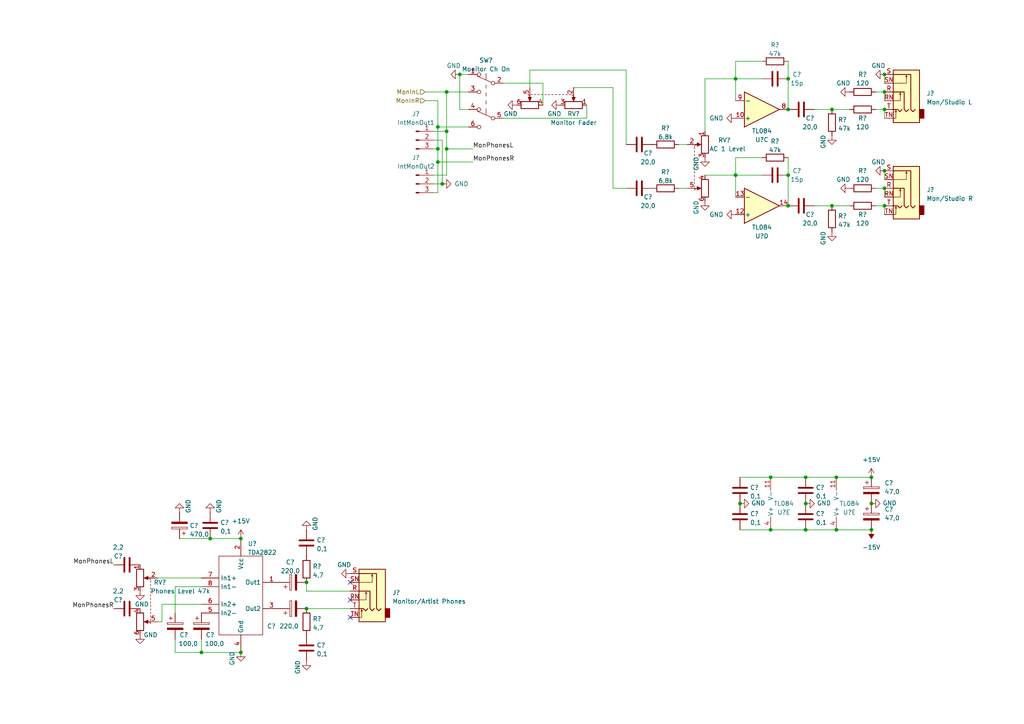
<source format=kicad_sch>
(kicad_sch (version 20211123) (generator eeschema)
  (paper "A4")
  (lib_symbols
    (symbol "Amplifier_Operational:TL084" (pin_names (offset 0.127))
      (property "Reference" "U" (at 0 5.08 0))
      (property "Value" "TL084" (at 0 -5.08 0))
      (symbol "TL084_1_1"
        (polyline (pts (xy -5.08 5.08) (xy 5.08 0) (xy -5.08 -5.08) (xy -5.08 5.08)) (stroke (width 0.254)) (fill (type background)))
        (pin output line (at 7.62 0 180) (length 2.54) (name "~") (number "1"))
        (pin input line (at -7.62 -2.54 0) (length 2.54) (name "-") (number "2"))
        (pin input line (at -7.62 2.54 0) (length 2.54) (name "+") (number "3"))
      )
      (symbol "TL084_2_1"
        (polyline (pts (xy -5.08 5.08) (xy 5.08 0) (xy -5.08 -5.08) (xy -5.08 5.08)) (stroke (width 0.254)) (fill (type background)))
        (pin input line (at -7.62 2.54 0) (length 2.54) (name "+") (number "5"))
        (pin input line (at -7.62 -2.54 0) (length 2.54) (name "-") (number "6"))
        (pin output line (at 7.62 0 180) (length 2.54) (name "~") (number "7"))
      )
      (symbol "TL084_3_1"
        (polyline (pts (xy -5.08 5.08) (xy 5.08 0) (xy -5.08 -5.08) (xy -5.08 5.08)) (stroke (width 0.254)) (fill (type background)))
        (pin input line (at -7.62 2.54 0) (length 2.54) (name "+") (number "10"))
        (pin output line (at 7.62 0 180) (length 2.54) (name "~") (number "8"))
        (pin input line (at -7.62 -2.54 0) (length 2.54) (name "-") (number "9"))
      )
      (symbol "TL084_4_1"
        (polyline (pts (xy -5.08 5.08) (xy 5.08 0) (xy -5.08 -5.08) (xy -5.08 5.08)) (stroke (width 0.254)) (fill (type background)))
        (pin input line (at -7.62 2.54 0) (length 2.54) (name "+") (number "12"))
        (pin input line (at -7.62 -2.54 0) (length 2.54) (name "-") (number "13"))
        (pin output line (at 7.62 0 180) (length 2.54) (name "~") (number "14"))
      )
      (symbol "TL084_5_1"
        (pin power_in line (at -2.54 -7.62 90) (length 3.81) (name "V-") (number "11"))
        (pin power_in line (at -2.54 7.62 270) (length 3.81) (name "V+") (number "4"))
      )
    )
    (symbol "Connector:AudioJack3_Switch"
      (property "Reference" "J" (at 0 11.43 0))
      (property "Value" "AudioJack3_Switch" (at 0 8.89 0))
      (symbol "AudioJack3_Switch_0_1"
        (rectangle (start -5.08 -5.08) (end -6.35 -7.62) (stroke (width 0.254)) (fill (type outline)))
        (polyline (pts (xy -1.27 4.826) (xy -1.016 4.318)))
        (polyline (pts (xy 0.508 -0.254) (xy 0.762 -0.762)))
        (polyline (pts (xy 1.778 -5.334) (xy 2.032 -5.842)))
        (polyline (pts (xy 0 -5.08) (xy 0.635 -5.715) (xy 1.27 -5.08) (xy 2.54 -5.08)) (stroke (width 0.254)))
        (polyline (pts (xy 2.54 -7.62) (xy 1.778 -7.62) (xy 1.778 -5.334) (xy 1.524 -5.842)))
        (polyline (pts (xy 2.54 -2.54) (xy 0.508 -2.54) (xy 0.508 -0.254) (xy 0.254 -0.762)))
        (polyline (pts (xy 2.54 2.54) (xy -1.27 2.54) (xy -1.27 4.826) (xy -1.524 4.318)))
        (polyline (pts (xy -1.905 -5.08) (xy -1.27 -5.715) (xy -0.635 -5.08) (xy -0.635 0) (xy 2.54 0)) (stroke (width 0.254)))
        (polyline (pts (xy 2.54 5.08) (xy -2.54 5.08) (xy -2.54 -5.08) (xy -3.175 -5.715) (xy -3.81 -5.08)) (stroke (width 0.254)))
        (rectangle (start 2.54 6.35) (end -5.08 -8.89) (stroke (width 0.254)) (fill (type background)))
      )
      (symbol "AudioJack3_Switch_1_1"
        (pin passive line (at 5.08 0 180) (length 2.54) (name "~") (number "R"))
        (pin passive line (at 5.08 -2.54 180) (length 2.54) (name "~") (number "RN"))
        (pin passive line (at 5.08 5.08 180) (length 2.54) (name "~") (number "S"))
        (pin passive line (at 5.08 2.54 180) (length 2.54) (name "~") (number "SN"))
        (pin passive line (at 5.08 -5.08 180) (length 2.54) (name "~") (number "T"))
        (pin passive line (at 5.08 -7.62 180) (length 2.54) (name "~") (number "TN"))
      )
    )
    (symbol "Connector:Conn_01x03_Male" (pin_names (offset 1.016) hide)
      (property "Reference" "J" (at 0 5.08 0))
      (property "Value" "Conn_01x03_Male" (at 0 -5.08 0))
      (symbol "Conn_01x03_Male_1_1"
        (polyline (pts (xy 1.27 -2.54) (xy 0.8636 -2.54)) (stroke (width 0.1524)))
        (polyline (pts (xy 1.27 0) (xy 0.8636 0)) (stroke (width 0.1524)))
        (polyline (pts (xy 1.27 2.54) (xy 0.8636 2.54)) (stroke (width 0.1524)))
        (rectangle (start 0.8636 -2.413) (end 0 -2.667) (stroke (width 0.1524)) (fill (type outline)))
        (rectangle (start 0.8636 0.127) (end 0 -0.127) (stroke (width 0.1524)) (fill (type outline)))
        (rectangle (start 0.8636 2.667) (end 0 2.413) (stroke (width 0.1524)) (fill (type outline)))
        (pin passive line (at 5.08 2.54 180) (length 3.81) (name "Pin_1") (number "1"))
        (pin passive line (at 5.08 0 180) (length 3.81) (name "Pin_2") (number "2"))
        (pin passive line (at 5.08 -2.54 180) (length 3.81) (name "Pin_3") (number "3"))
      )
    )
    (symbol "Device:C" (pin_numbers hide) (pin_names (offset 0.254))
      (property "Reference" "C" (at 0.635 2.54 0))
      (property "Value" "C" (at 0.635 -2.54 0))
      (symbol "C_0_1"
        (polyline (pts (xy -2.032 -0.762) (xy 2.032 -0.762)) (stroke (width 0.508)))
        (polyline (pts (xy -2.032 0.762) (xy 2.032 0.762)) (stroke (width 0.508)))
      )
      (symbol "C_1_1"
        (pin passive line (at 0 3.81 270) (length 2.794) (name "~") (number "1"))
        (pin passive line (at 0 -3.81 90) (length 2.794) (name "~") (number "2"))
      )
    )
    (symbol "Device:C_Polarized" (pin_numbers hide) (pin_names (offset 0.254))
      (property "Reference" "C" (at 0.635 2.54 0))
      (property "Value" "C_Polarized" (at 0.635 -2.54 0))
      (symbol "C_Polarized_0_1"
        (rectangle (start -2.286 0.508) (end 2.286 1.016))
        (polyline (pts (xy -1.778 2.286) (xy -0.762 2.286)))
        (polyline (pts (xy -1.27 2.794) (xy -1.27 1.778)))
        (rectangle (start 2.286 -0.508) (end -2.286 -1.016) (fill (type outline)))
      )
      (symbol "C_Polarized_1_1"
        (pin passive line (at 0 3.81 270) (length 2.794) (name "~") (number "1"))
        (pin passive line (at 0 -3.81 90) (length 2.794) (name "~") (number "2"))
      )
    )
    (symbol "Device:R" (pin_numbers hide) (pin_names (offset 0))
      (property "Reference" "R" (at 2.032 0 90))
      (property "Value" "R" (at 0 0 90))
      (symbol "R_0_1"
        (rectangle (start -1.016 -2.54) (end 1.016 2.54) (stroke (width 0.254)))
      )
      (symbol "R_1_1"
        (pin passive line (at 0 3.81 270) (length 1.27) (name "~") (number "1"))
        (pin passive line (at 0 -3.81 90) (length 1.27) (name "~") (number "2"))
      )
    )
    (symbol "Device:R_Potentiometer_Dual" (pin_names (offset 1.016) hide)
      (property "Reference" "RV" (at 0 3.81 0))
      (property "Value" "R_Potentiometer_Dual" (at 0 1.905 0))
      (symbol "R_Potentiometer_Dual_0_1"
        (rectangle (start -8.89 -1.524) (end -3.81 -3.556) (stroke (width 0.254)))
        (polyline (pts (xy -6.35 0) (xy -6.35 -1.016)))
        (polyline (pts (xy -6.35 0) (xy -6.35 -1.016)))
        (polyline (pts (xy -6.35 0) (xy -5.842 0.508)))
        (polyline (pts (xy -5.588 0.508) (xy -5.08 0.508)))
        (polyline (pts (xy -4.572 0.508) (xy -4.064 0.508)))
        (polyline (pts (xy -3.556 0.508) (xy -3.048 0.508)))
        (polyline (pts (xy -2.54 0.508) (xy -2.032 0.508)))
        (polyline (pts (xy -1.524 0.508) (xy -1.016 0.508)))
        (polyline (pts (xy -0.508 0.508) (xy 0 0.508)))
        (polyline (pts (xy 0.508 0.508) (xy 1.016 0.508)))
        (polyline (pts (xy 1.524 0.508) (xy 2.032 0.508)))
        (polyline (pts (xy 2.54 0.508) (xy 3.048 0.508)))
        (polyline (pts (xy 3.556 0.508) (xy 4.064 0.508)))
        (polyline (pts (xy 4.572 0.508) (xy 5.08 0.508)))
        (polyline (pts (xy 5.588 0.508) (xy 6.096 0.508)))
        (polyline (pts (xy 6.35 0) (xy 6.35 -1.016)))
        (polyline (pts (xy 6.35 0) (xy 6.35 -1.016)))
        (polyline (pts (xy 6.604 0.508) (xy 6.858 0.508) (xy 6.35 0)))
        (polyline (pts (xy -6.35 -1.397) (xy -6.858 -0.254) (xy -5.842 -0.254) (xy -6.35 -1.397)) (fill (type outline)))
        (polyline (pts (xy 6.35 -1.397) (xy 5.842 -0.254) (xy 6.858 -0.254) (xy 6.35 -1.397)) (fill (type outline)))
        (rectangle (start 3.81 -1.524) (end 8.89 -3.556) (stroke (width 0.254)))
      )
      (symbol "R_Potentiometer_Dual_1_1"
        (pin passive line (at -10.16 -2.54 0) (length 1.27) (name "1") (number "1"))
        (pin passive line (at -6.35 2.54 270) (length 2.54) (name "2") (number "2"))
        (pin passive line (at -2.54 -2.54 180) (length 1.27) (name "3") (number "3"))
        (pin passive line (at 2.54 -2.54 0) (length 1.27) (name "4") (number "4"))
        (pin passive line (at 6.35 2.54 270) (length 2.54) (name "5") (number "5"))
        (pin passive line (at 10.16 -2.54 180) (length 1.27) (name "6") (number "6"))
      )
    )
    (symbol "Switch:SW_Push_DPDT" (pin_names (offset 0) hide)
      (property "Reference" "SW" (at 0 8.89 0))
      (property "Value" "SW_Push_DPDT" (at 0 -10.16 0))
      (symbol "SW_Push_DPDT_0_0"
        (circle (center -2.032 -5.08) (radius 0.508))
        (circle (center -2.032 5.08) (radius 0.508))
        (circle (center 2.032 -7.62) (radius 0.508))
        (circle (center 2.032 2.54) (radius 0.508))
      )
      (symbol "SW_Push_DPDT_0_1"
        (polyline (pts (xy -1.524 -4.826) (xy 2.54 -3.048)))
        (polyline (pts (xy -1.524 5.334) (xy 2.54 7.112)))
        (polyline (pts (xy 0 -2.286) (xy 0 -4.064)))
        (polyline (pts (xy 0 -1.016) (xy 0 0)))
        (polyline (pts (xy 0 1.27) (xy 0 2.286)))
        (polyline (pts (xy 0 3.556) (xy 0 4.572)))
        (polyline (pts (xy 0 7.874) (xy 0 6.096)))
        (circle (center 2.032 -2.54) (radius 0.508))
        (circle (center 2.032 7.62) (radius 0.508))
      )
      (symbol "SW_Push_DPDT_1_1"
        (pin passive line (at 5.08 7.62 180) (length 2.54) (name "A") (number "1"))
        (pin passive line (at -5.08 5.08 0) (length 2.54) (name "B") (number "2"))
        (pin passive line (at 5.08 2.54 180) (length 2.54) (name "C") (number "3"))
        (pin passive line (at 5.08 -2.54 180) (length 2.54) (name "A") (number "4"))
        (pin passive line (at -5.08 -5.08 0) (length 2.54) (name "B") (number "5"))
        (pin passive line (at 5.08 -7.62 180) (length 2.54) (name "C") (number "6"))
      )
    )
    (symbol "power:+15V" (power) (pin_names (offset 0))
      (property "Value" "+15V" (at 0 3.556 0))
      (symbol "+15V_0_1"
        (polyline (pts (xy -0.762 1.27) (xy 0 2.54)))
        (polyline (pts (xy 0 0) (xy 0 2.54)))
        (polyline (pts (xy 0 2.54) (xy 0.762 1.27)))
      )
      (symbol "+15V_1_1"
        (pin power_in line (at 0 0 90) (length 0) hide (name "+15V") (number "1"))
      )
    )
    (symbol "power:-15V" (power) (pin_names (offset 0))
      (property "Value" "-15V" (at 0 3.81 0))
      (symbol "-15V_0_0"
        (pin power_in line (at 0 0 90) (length 0) hide (name "-15V") (number "1"))
      )
      (symbol "-15V_0_1"
        (polyline (pts (xy 0 0) (xy 0 1.27) (xy 0.762 1.27) (xy 0 2.54) (xy -0.762 1.27) (xy 0 1.27)) (fill (type outline)))
      )
    )
    (symbol "power:GND" (power) (pin_names (offset 0))
      (property "Value" "GND" (at 0 -3.81 0))
      (symbol "GND_0_1"
        (polyline (pts (xy 0 0) (xy 0 -1.27) (xy 1.27 -1.27) (xy 0 -2.54) (xy -1.27 -1.27) (xy 0 -1.27)))
      )
      (symbol "GND_1_1"
        (pin power_in line (at 0 0 270) (length 0) hide (name "GND") (number "1"))
      )
    )
    (symbol "ussr_ic:TDA2822"
      (property "Reference" "U" (at 3.81 15.24 0))
      (property "Value" "TDA2822" (at 6.35 12.7 0))
      (symbol "TDA2822_0_1"
        (rectangle (start -6.35 11.43) (end 6.35 -11.43))
      )
      (symbol "TDA2822_1_1"
        (pin output line (at 11.43 3.81 180) (length 5.08) (name "Out1") (number "1"))
        (pin power_in line (at 0 16.51 270) (length 5.08) (name "Vcc") (number "2"))
        (pin output line (at 11.43 -3.81 180) (length 5.08) (name "Out2") (number "3"))
        (pin power_in line (at 0 -16.51 90) (length 5.08) (name "Gnd") (number "4"))
        (pin input line (at -11.43 -5.08 0) (length 5.08) (name "In2-") (number "5"))
        (pin input line (at -11.43 -2.54 0) (length 5.08) (name "In2+") (number "6"))
        (pin input line (at -11.43 5.08 0) (length 5.08) (name "In1+") (number "7"))
        (pin input line (at -11.43 2.54 0) (length 5.08) (name "In1-") (number "8"))
      )
    )
  )
  (junction (at 256.54 31.75))
  (junction (at 256.54 26.67))
  (junction (at 233.68 153.67))
  (junction (at 129.54 43.18))
  (junction (at 228.6 50.8))
  (junction (at 256.54 59.69))
  (junction (at 133.35 21.59))
  (junction (at 252.73 146.05))
  (junction (at 69.85 156.21))
  (junction (at 58.42 189.23))
  (junction (at 228.6 59.69))
  (junction (at 88.9 176.53))
  (junction (at 127 43.18))
  (junction (at 256.54 54.61))
  (junction (at 242.57 153.67))
  (junction (at 213.36 50.8))
  (junction (at 128.27 53.34))
  (junction (at 228.6 22.86))
  (junction (at 252.73 153.67))
  (junction (at 129.54 38.1))
  (junction (at 214.63 146.05))
  (junction (at 223.52 153.67))
  (junction (at 242.57 138.43))
  (junction (at 88.9 168.91))
  (junction (at 127 46.99))
  (junction (at 60.96 156.21))
  (junction (at 256.54 21.59))
  (junction (at 228.6 31.75))
  (junction (at 256.54 49.53))
  (junction (at 69.85 189.23))
  (junction (at 127 36.83))
  (junction (at 241.3 31.75))
  (junction (at 129.54 26.67))
  (junction (at 223.52 138.43))
  (junction (at 233.68 138.43))
  (junction (at 252.73 138.43))
  (junction (at 241.3 59.69))
  (junction (at 233.68 146.05))
  (junction (at 213.36 22.86))
  (no_connect (at 101.6 168.91))
  (no_connect (at 101.6 179.07))
  (no_connect (at 101.6 173.99))
  (wire (pts (xy 58.42 189.23) (xy 69.85 189.23)))
  (wire (pts (xy 127 43.18) (xy 127 46.99)))
  (wire (pts (xy 146.05 34.29) (xy 170.18 34.29)))
  (wire (pts (xy 254 31.75) (xy 256.54 31.75)))
  (wire (pts (xy 254 26.67) (xy 256.54 26.67)))
  (wire (pts (xy 254 59.69) (xy 256.54 59.69)))
  (wire (pts (xy 213.36 45.72) (xy 213.36 50.8)))
  (wire (pts (xy 214.63 153.67) (xy 223.52 153.67)))
  (wire (pts (xy 256.54 31.75) (xy 256.54 34.29)))
  (wire (pts (xy 196.85 41.91) (xy 199.39 41.91)))
  (wire (pts (xy 127 46.99) (xy 127 55.88)))
  (wire (pts (xy 170.18 30.48) (xy 170.18 34.29)))
  (wire (pts (xy 101.6 171.45) (xy 88.9 171.45)))
  (wire (pts (xy 157.48 24.13) (xy 157.48 30.48)))
  (wire (pts (xy 127 46.99) (xy 137.16 46.99)))
  (wire (pts (xy 223.52 153.67) (xy 233.68 153.67)))
  (wire (pts (xy 256.54 26.67) (xy 256.54 29.21)))
  (wire (pts (xy 213.36 50.8) (xy 213.36 57.15)))
  (wire (pts (xy 129.54 26.67) (xy 129.54 38.1)))
  (wire (pts (xy 177.8 54.61) (xy 177.8 25.4)))
  (wire (pts (xy 123.19 29.21) (xy 127 29.21)))
  (wire (pts (xy 153.67 20.32) (xy 181.61 20.32)))
  (wire (pts (xy 220.98 45.72) (xy 213.36 45.72)))
  (wire (pts (xy 254 54.61) (xy 256.54 54.61)))
  (wire (pts (xy 50.8 170.18) (xy 58.42 170.18)))
  (wire (pts (xy 46.99 180.34) (xy 45.72 180.34)))
  (wire (pts (xy 228.6 22.86) (xy 228.6 31.75)))
  (wire (pts (xy 256.54 59.69) (xy 256.54 62.23)))
  (wire (pts (xy 242.57 153.67) (xy 252.73 153.67)))
  (wire (pts (xy 214.63 138.43) (xy 223.52 138.43)))
  (wire (pts (xy 45.72 167.64) (xy 58.42 167.64)))
  (wire (pts (xy 88.9 176.53) (xy 101.6 176.53)))
  (wire (pts (xy 220.98 22.86) (xy 213.36 22.86)))
  (wire (pts (xy 129.54 26.67) (xy 135.89 26.67)))
  (wire (pts (xy 50.8 177.8) (xy 50.8 170.18)))
  (wire (pts (xy 125.73 53.34) (xy 128.27 53.34)))
  (wire (pts (xy 123.19 26.67) (xy 129.54 26.67)))
  (wire (pts (xy 127 29.21) (xy 127 36.83)))
  (wire (pts (xy 241.3 31.75) (xy 246.38 31.75)))
  (wire (pts (xy 125.73 50.8) (xy 129.54 50.8)))
  (wire (pts (xy 223.52 138.43) (xy 233.68 138.43)))
  (wire (pts (xy 228.6 45.72) (xy 228.6 50.8)))
  (wire (pts (xy 133.35 21.59) (xy 135.89 21.59)))
  (wire (pts (xy 128.27 40.64) (xy 125.73 40.64)))
  (wire (pts (xy 46.99 175.26) (xy 46.99 180.34)))
  (wire (pts (xy 181.61 54.61) (xy 177.8 54.61)))
  (wire (pts (xy 166.37 25.4) (xy 177.8 25.4)))
  (wire (pts (xy 213.36 50.8) (xy 220.98 50.8)))
  (wire (pts (xy 236.22 31.75) (xy 241.3 31.75)))
  (wire (pts (xy 228.6 50.8) (xy 228.6 59.69)))
  (wire (pts (xy 50.8 189.23) (xy 58.42 189.23)))
  (wire (pts (xy 128.27 53.34) (xy 128.27 40.64)))
  (wire (pts (xy 256.54 49.53) (xy 256.54 52.07)))
  (wire (pts (xy 256.54 54.61) (xy 256.54 57.15)))
  (wire (pts (xy 58.42 175.26) (xy 46.99 175.26)))
  (wire (pts (xy 129.54 43.18) (xy 129.54 38.1)))
  (wire (pts (xy 220.98 17.78) (xy 213.36 17.78)))
  (wire (pts (xy 228.6 17.78) (xy 228.6 22.86)))
  (wire (pts (xy 50.8 185.42) (xy 50.8 189.23)))
  (wire (pts (xy 204.47 22.86) (xy 213.36 22.86)))
  (wire (pts (xy 213.36 22.86) (xy 213.36 29.21)))
  (wire (pts (xy 129.54 50.8) (xy 129.54 43.18)))
  (wire (pts (xy 204.47 50.8) (xy 213.36 50.8)))
  (wire (pts (xy 181.61 41.91) (xy 181.61 20.32)))
  (wire (pts (xy 146.05 24.13) (xy 157.48 24.13)))
  (wire (pts (xy 233.68 153.67) (xy 242.57 153.67)))
  (wire (pts (xy 127 36.83) (xy 135.89 36.83)))
  (wire (pts (xy 233.68 138.43) (xy 242.57 138.43)))
  (wire (pts (xy 133.35 31.75) (xy 133.35 21.59)))
  (wire (pts (xy 88.9 171.45) (xy 88.9 168.91)))
  (wire (pts (xy 129.54 43.18) (xy 137.16 43.18)))
  (wire (pts (xy 196.85 54.61) (xy 199.39 54.61)))
  (wire (pts (xy 236.22 59.69) (xy 241.3 59.69)))
  (wire (pts (xy 52.07 156.21) (xy 60.96 156.21)))
  (wire (pts (xy 204.47 22.86) (xy 204.47 38.1)))
  (wire (pts (xy 60.96 156.21) (xy 69.85 156.21)))
  (wire (pts (xy 242.57 138.43) (xy 252.73 138.43)))
  (wire (pts (xy 213.36 17.78) (xy 213.36 22.86)))
  (wire (pts (xy 135.89 31.75) (xy 133.35 31.75)))
  (wire (pts (xy 125.73 43.18) (xy 127 43.18)))
  (wire (pts (xy 127 55.88) (xy 125.73 55.88)))
  (wire (pts (xy 153.67 20.32) (xy 153.67 25.4)))
  (wire (pts (xy 241.3 59.69) (xy 246.38 59.69)))
  (wire (pts (xy 127 36.83) (xy 127 43.18)))
  (wire (pts (xy 256.54 21.59) (xy 256.54 24.13)))
  (wire (pts (xy 58.42 185.42) (xy 58.42 189.23)))
  (wire (pts (xy 129.54 38.1) (xy 125.73 38.1)))
  (label "MonPhonesR" (at 33.02 176.53 180))
  (label "MonPhonesR" (at 137.16 46.99 0))
  (label "MonPhonesL" (at 33.02 163.83 180))
  (label "MonPhonesL" (at 137.16 43.18 0))
  (hierarchical_label "MonInL" (shape input) (at 123.19 26.67 180))
  (hierarchical_label "MonInR" (shape input) (at 123.19 29.21 180))
  (symbol (lib_id "power:GND") (at 52.07 148.59 0) (mirror x) (unit 1)
    (property "Reference" "#PWR?" (effects hide))
    (property "Value" "GND" (at 54.61 144.78 90) (effects (justify left)))
  )
  (symbol (lib_id "Device:C") (at 232.41 59.69 90) (unit 1)
    (property "Reference" "C?" (at 234.95 62.23 90))
    (property "Value" "20,0" (at 234.95 64.77 90))
    (property "Footprint" "Capacitor_SMD:C_1206_3216Metric_Pad1.33x1.80mm_HandSolder" (effects hide))
  )
  (symbol (lib_id "Device:C") (at 214.63 142.24 180) (unit 1)
    (property "Reference" "C?" (at 217.551 141.4053 0) (effects (justify right)))
    (property "Value" "0,1" (at 217.551 143.9422 0) (effects (justify right)))
    (property "Footprint" "Capacitor_SMD:C_1206_3216Metric_Pad1.33x1.80mm_HandSolder" (effects hide))
  )
  (symbol (lib_id "Amplifier_Operational:TL084") (at 220.98 59.69 0) (mirror x) (unit 4)
    (property "Reference" "U?" (at 220.98 68.4698 0))
    (property "Value" "TL084" (at 220.98 65.9329 0))
    (property "Datasheet" "http://www.ti.com/lit/ds/symlink/tl081.pdf" (effects hide))
  )
  (symbol (lib_id "power:GND") (at 256.54 21.59 270) (mirror x) (unit 1)
    (property "Reference" "#PWR?" (effects hide))
    (property "Value" "GND" (at 252.73 19.05 90) (effects (justify left)))
  )
  (symbol (lib_id "power:-15V") (at 252.73 153.67 180) (unit 1)
    (property "Reference" "#PWR?" (effects hide))
    (property "Value" "-15V" (at 252.73 158.75 0))
  )
  (symbol (lib_id "Device:C") (at 214.63 149.86 180) (unit 1)
    (property "Reference" "C?" (at 217.551 149.0253 0) (effects (justify right)))
    (property "Value" "0,1" (at 217.551 151.5622 0) (effects (justify right)))
    (property "Footprint" "Capacitor_SMD:C_1206_3216Metric_Pad1.33x1.80mm_HandSolder" (effects hide))
  )
  (symbol (lib_id "power:GND") (at 204.47 58.42 0) (mirror y) (unit 1)
    (property "Reference" "#PWR?" (effects hide))
    (property "Value" "GND" (at 201.93 62.23 90) (effects (justify left)))
  )
  (symbol (lib_id "Device:R") (at 250.19 26.67 90) (unit 1)
    (property "Reference" "R?" (at 250.19 21.59 90))
    (property "Value" "120" (at 250.19 24.13 90))
    (property "Footprint" "Resistor_SMD:R_1206_3216Metric_Pad1.30x1.75mm_HandSolder" (effects hide))
  )
  (symbol (lib_id "Device:R_Potentiometer_Dual") (at 201.93 48.26 90) (mirror x) (unit 1)
    (property "Reference" "RV?" (at 208.28 40.64 90) (effects (justify right)))
    (property "Value" "AC 1 Level" (at 205.74 43.18 90) (effects (justify right)))
  )
  (symbol (lib_id "power:GND") (at 213.36 34.29 270) (mirror x) (unit 1)
    (property "Reference" "#PWR?" (effects hide))
    (property "Value" "GND" (at 205.74 34.29 90) (effects (justify left)))
  )
  (symbol (lib_id "Device:C") (at 36.83 176.53 270) (unit 1)
    (property "Reference" "C?" (at 34.29 173.99 90))
    (property "Value" "2,2" (at 34.29 171.45 90))
    (property "Footprint" "Capacitor_SMD:C_1206_3216Metric_Pad1.33x1.80mm_HandSolder" (effects hide))
  )
  (symbol (lib_id "Device:C") (at 224.79 22.86 90) (unit 1)
    (property "Reference" "C?" (at 231.14 21.59 90))
    (property "Value" "15p" (at 231.14 24.13 90))
    (property "Footprint" "Capacitor_THT:C_Disc_D5.0mm_W2.5mm_P2.50mm" (effects hide))
  )
  (symbol (lib_id "power:GND") (at 233.68 146.05 90) (unit 1)
    (property "Reference" "#PWR?" (effects hide))
    (property "Value" "GND" (at 236.9312 145.923 90) (effects (justify right)))
  )
  (symbol (lib_id "Connector:AudioJack3_Switch") (at 106.68 171.45 0) (mirror y) (unit 1)
    (property "Reference" "J?" (at 113.792 171.8853 0) (effects (justify right)))
    (property "Value" "Monitor/Artist Phones" (at 113.792 174.4222 0) (effects (justify right)))
    (property "Footprint" "Connector_Audio:Jack_6.35mm_Neutrik_NMJ6HCD2_Horizontal" (effects hide))
  )
  (symbol (lib_id "power:GND") (at 40.64 184.15 0) (mirror y) (unit 1)
    (property "Reference" "#PWR?" (effects hide))
    (property "Value" "GND" (at 45.72 184.15 0) (effects (justify left)))
  )
  (symbol (lib_id "Device:C") (at 232.41 31.75 90) (unit 1)
    (property "Reference" "C?" (at 234.95 34.29 90))
    (property "Value" "20,0" (at 234.95 36.83 90))
    (property "Footprint" "Capacitor_SMD:C_1206_3216Metric_Pad1.33x1.80mm_HandSolder" (effects hide))
  )
  (symbol (lib_id "Device:R") (at 224.79 17.78 90) (unit 1)
    (property "Reference" "R?" (at 224.79 13.0642 90))
    (property "Value" "47k" (at 224.79 15.6011 90))
    (property "Footprint" "Resistor_SMD:R_1206_3216Metric_Pad1.30x1.75mm_HandSolder" (effects hide))
  )
  (symbol (lib_id "power:GND") (at 69.85 189.23 0) (mirror y) (unit 1)
    (property "Reference" "#PWR?" (effects hide))
    (property "Value" "GND" (at 67.31 193.04 90) (effects (justify left)))
  )
  (symbol (lib_id "ussr_ic:TDA2822") (at 69.85 172.72 0) (unit 1)
    (property "Reference" "U?" (at 71.8694 157.7172 0) (effects (justify left)))
    (property "Value" "TDA2822" (at 71.8694 160.2541 0) (effects (justify left)))
    (property "Footprint" "Package_DIP:DIP-8_W7.62mm_Socket_LongPads" (effects hide))
    (property "Datasheet" "https://usilitelstabo.ru/wp-content/uploads/doc0002tda2822.pdf" (effects hide))
  )
  (symbol (lib_id "power:GND") (at 162.56 30.48 270) (unit 1)
    (property "Reference" "#PWR?" (effects hide))
    (property "Value" "GND" (at 158.75 33.02 90) (effects (justify left)))
  )
  (symbol (lib_id "Device:C") (at 233.68 149.86 180) (unit 1)
    (property "Reference" "C?" (at 236.601 149.0253 0) (effects (justify right)))
    (property "Value" "0,1" (at 236.601 151.5622 0) (effects (justify right)))
    (property "Footprint" "Capacitor_SMD:C_1206_3216Metric_Pad1.33x1.80mm_HandSolder" (effects hide))
  )
  (symbol (lib_id "Device:C") (at 88.9 157.48 180) (unit 1)
    (property "Reference" "C?" (at 91.821 156.6453 0) (effects (justify right)))
    (property "Value" "0,1" (at 91.821 159.1822 0) (effects (justify right)))
    (property "Footprint" "Capacitor_SMD:C_1206_3216Metric_Pad1.33x1.80mm_HandSolder" (effects hide))
  )
  (symbol (lib_id "power:GND") (at 128.27 53.34 90) (unit 1)
    (property "Reference" "#PWR?" (effects hide))
    (property "Value" "GND" (at 135.89 53.34 90) (effects (justify left)))
  )
  (symbol (lib_id "Device:C_Polarized") (at 58.42 181.61 0) (unit 1)
    (property "Reference" "C?" (at 60.96 184.15 0))
    (property "Value" "100,0" (at 62.23 186.69 0))
  )
  (symbol (lib_id "power:GND") (at 214.63 146.05 90) (unit 1)
    (property "Reference" "#PWR?" (effects hide))
    (property "Value" "GND" (at 217.8812 145.923 90) (effects (justify right)))
  )
  (symbol (lib_id "power:GND") (at 40.64 171.45 0) (mirror y) (unit 1)
    (property "Reference" "#PWR?" (effects hide))
    (property "Value" "GND" (at 43.18 175.26 0) (effects (justify left)))
  )
  (symbol (lib_id "Device:R") (at 250.19 59.69 90) (unit 1)
    (property "Reference" "R?" (at 250.19 62.23 90))
    (property "Value" "120" (at 250.19 64.77 90))
    (property "Footprint" "Resistor_SMD:R_1206_3216Metric_Pad1.30x1.75mm_HandSolder" (effects hide))
  )
  (symbol (lib_id "Device:C") (at 185.42 41.91 90) (unit 1)
    (property "Reference" "C?" (at 187.96 44.45 90))
    (property "Value" "20,0" (at 187.96 46.99 90))
    (property "Footprint" "Capacitor_SMD:C_1206_3216Metric_Pad1.33x1.80mm_HandSolder" (effects hide))
  )
  (symbol (lib_id "power:GND") (at 60.96 148.59 0) (mirror x) (unit 1)
    (property "Reference" "#PWR?" (effects hide))
    (property "Value" "GND" (at 63.5 144.78 90) (effects (justify left)))
  )
  (symbol (lib_id "Device:R") (at 250.19 31.75 90) (unit 1)
    (property "Reference" "R?" (at 250.19 34.29 90))
    (property "Value" "120" (at 250.19 36.83 90))
    (property "Footprint" "Resistor_SMD:R_1206_3216Metric_Pad1.30x1.75mm_HandSolder" (effects hide))
  )
  (symbol (lib_id "power:GND") (at 246.38 54.61 270) (mirror x) (unit 1)
    (property "Reference" "#PWR?" (effects hide))
    (property "Value" "GND" (at 242.57 52.07 90) (effects (justify left)))
  )
  (symbol (lib_id "Device:R") (at 88.9 165.1 180) (unit 1)
    (property "Reference" "R?" (at 90.678 164.2653 0) (effects (justify right)))
    (property "Value" "4,7" (at 90.678 166.8022 0) (effects (justify right)))
    (property "Footprint" "Resistor_SMD:R_1206_3216Metric_Pad1.30x1.75mm_HandSolder" (effects hide))
  )
  (symbol (lib_id "Connector:AudioJack3_Switch") (at 261.62 26.67 0) (mirror y) (unit 1)
    (property "Reference" "J?" (at 268.732 27.1053 0) (effects (justify right)))
    (property "Value" "Mon/Studio L" (at 268.732 29.6422 0) (effects (justify right)))
    (property "Footprint" "Connector_Audio:Jack_6.35mm_Neutrik_NMJ6HCD2_Horizontal" (effects hide))
  )
  (symbol (lib_id "Device:C") (at 224.79 50.8 90) (unit 1)
    (property "Reference" "C?" (at 231.14 49.53 90))
    (property "Value" "15p" (at 231.14 52.07 90))
    (property "Footprint" "Capacitor_THT:C_Disc_D5.0mm_W2.5mm_P2.50mm" (effects hide))
  )
  (symbol (lib_id "power:GND") (at 133.35 21.59 270) (unit 1)
    (property "Reference" "#PWR?" (effects hide))
    (property "Value" "GND" (at 129.54 19.05 90) (effects (justify left)))
  )
  (symbol (lib_id "power:GND") (at 88.9 153.67 0) (mirror x) (unit 1)
    (property "Reference" "#PWR?" (effects hide))
    (property "Value" "GND" (at 91.44 149.86 90) (effects (justify left)))
  )
  (symbol (lib_id "Device:R") (at 193.04 54.61 90) (unit 1)
    (property "Reference" "R?" (at 193.04 49.8942 90))
    (property "Value" "6,8k" (at 193.04 52.4311 90))
    (property "Footprint" "Resistor_SMD:R_1206_3216Metric_Pad1.30x1.75mm_HandSolder" (effects hide))
  )
  (symbol (lib_id "power:GND") (at 252.73 146.05 90) (unit 1)
    (property "Reference" "#PWR?" (effects hide))
    (property "Value" "GND" (at 255.9812 145.923 90) (effects (justify right)))
  )
  (symbol (lib_id "Device:R") (at 241.3 35.56 180) (unit 1)
    (property "Reference" "R?" (at 243.078 34.7253 0) (effects (justify right)))
    (property "Value" "47k" (at 243.078 37.2622 0) (effects (justify right)))
    (property "Footprint" "Resistor_SMD:R_1206_3216Metric_Pad1.30x1.75mm_HandSolder" (effects hide))
  )
  (symbol (lib_id "power:+15V") (at 252.73 138.43 0) (unit 1)
    (property "Reference" "#PWR?" (effects hide))
    (property "Value" "+15V" (at 252.73 133.35 0))
  )
  (symbol (lib_id "power:+15V") (at 69.85 156.21 0) (unit 1)
    (property "Reference" "#PWR?" (effects hide))
    (property "Value" "+15V" (at 69.85 151.13 0))
  )
  (symbol (lib_id "Amplifier_Operational:TL084") (at 220.98 31.75 0) (mirror x) (unit 3)
    (property "Reference" "U?" (at 220.98 40.5298 0))
    (property "Value" "TL084" (at 220.98 37.9929 0))
    (property "Datasheet" "http://www.ti.com/lit/ds/symlink/tl081.pdf" (effects hide))
  )
  (symbol (lib_id "Device:R") (at 224.79 45.72 90) (unit 1)
    (property "Reference" "R?" (at 224.79 41.0042 90))
    (property "Value" "47k" (at 224.79 43.5411 90))
    (property "Footprint" "Resistor_SMD:R_1206_3216Metric_Pad1.30x1.75mm_HandSolder" (effects hide))
  )
  (symbol (lib_id "Device:C") (at 36.83 163.83 270) (unit 1)
    (property "Reference" "C?" (at 34.29 161.29 90))
    (property "Value" "2,2" (at 34.29 158.75 90))
    (property "Footprint" "Capacitor_SMD:C_1206_3216Metric_Pad1.33x1.80mm_HandSolder" (effects hide))
  )
  (symbol (lib_id "Device:C") (at 233.68 142.24 180) (unit 1)
    (property "Reference" "C?" (at 236.601 141.4053 0) (effects (justify right)))
    (property "Value" "0,1" (at 236.601 143.9422 0) (effects (justify right)))
    (property "Footprint" "Capacitor_SMD:C_1206_3216Metric_Pad1.33x1.80mm_HandSolder" (effects hide))
  )
  (symbol (lib_id "power:GND") (at 213.36 62.23 270) (mirror x) (unit 1)
    (property "Reference" "#PWR?" (effects hide))
    (property "Value" "GND" (at 205.74 62.23 90) (effects (justify left)))
  )
  (symbol (lib_id "Amplifier_Operational:TL084") (at 245.11 146.05 0) (mirror x) (unit 5)
    (property "Reference" "U?" (at 246.38 148.59 0))
    (property "Value" "TL084" (at 246.38 146.05 0))
    (property "Datasheet" "http://www.ti.com/lit/ds/symlink/tl081.pdf" (effects hide))
  )
  (symbol (lib_id "power:GND") (at 256.54 49.53 270) (mirror x) (unit 1)
    (property "Reference" "#PWR?" (effects hide))
    (property "Value" "GND" (at 252.73 46.99 90) (effects (justify left)))
  )
  (symbol (lib_id "Device:C_Polarized") (at 85.09 176.53 90) (unit 1)
    (property "Reference" "C?" (at 78.74 181.61 90))
    (property "Value" "220,0" (at 83.82 181.61 90))
  )
  (symbol (lib_id "Connector:AudioJack3_Switch") (at 261.62 54.61 0) (mirror y) (unit 1)
    (property "Reference" "J?" (at 268.732 55.0453 0) (effects (justify right)))
    (property "Value" "Mon/Studio R" (at 268.732 57.5822 0) (effects (justify right)))
    (property "Footprint" "Connector_Audio:Jack_6.35mm_Neutrik_NMJ6HCD2_Horizontal" (effects hide))
  )
  (symbol (lib_id "power:GND") (at 246.38 26.67 270) (mirror x) (unit 1)
    (property "Reference" "#PWR?" (effects hide))
    (property "Value" "GND" (at 242.57 24.13 90) (effects (justify left)))
  )
  (symbol (lib_id "Device:C_Polarized") (at 252.73 149.86 0) (unit 1)
    (property "Reference" "C?" (at 256.54 147.7009 0) (effects (justify left)))
    (property "Value" "47,0" (at 256.54 150.2409 0) (effects (justify left)))
    (property "Footprint" "Capacitor_THT:CP_Radial_D6.3mm_P2.50mm" (effects hide))
  )
  (symbol (lib_id "power:GND") (at 241.3 39.37 0) (mirror y) (unit 1)
    (property "Reference" "#PWR?" (effects hide))
    (property "Value" "GND" (at 238.76 43.18 90) (effects (justify left)))
  )
  (symbol (lib_id "power:GND") (at 204.47 45.72 0) (mirror y) (unit 1)
    (property "Reference" "#PWR?" (effects hide))
    (property "Value" "GND" (at 201.93 49.53 90) (effects (justify left)))
  )
  (symbol (lib_id "Device:C_Polarized") (at 50.8 181.61 0) (unit 1)
    (property "Reference" "C?" (at 53.34 184.15 0))
    (property "Value" "100,0" (at 54.61 186.69 0))
  )
  (symbol (lib_id "Device:R") (at 193.04 41.91 90) (unit 1)
    (property "Reference" "R?" (at 193.04 37.1942 90))
    (property "Value" "6,8k" (at 193.04 39.7311 90))
    (property "Footprint" "Resistor_SMD:R_1206_3216Metric_Pad1.30x1.75mm_HandSolder" (effects hide))
  )
  (symbol (lib_id "Device:R_Potentiometer_Dual") (at 160.02 27.94 0) (mirror y) (unit 1)
    (property "Reference" "RV?" (at 166.37 33.02 0))
    (property "Value" "Monitor Fader" (at 166.37 35.56 0))
  )
  (symbol (lib_id "Switch:SW_Push_DPDT") (at 140.97 29.21 0) (mirror y) (unit 1)
    (property "Reference" "SW?" (at 140.97 17.5092 0))
    (property "Value" "Monitor Ch On" (at 140.97 20.0461 0))
  )
  (symbol (lib_id "Device:R") (at 250.19 54.61 90) (unit 1)
    (property "Reference" "R?" (at 250.19 49.53 90))
    (property "Value" "120" (at 250.19 52.07 90))
    (property "Footprint" "Resistor_SMD:R_1206_3216Metric_Pad1.30x1.75mm_HandSolder" (effects hide))
  )
  (symbol (lib_id "Amplifier_Operational:TL084") (at 226.06 146.05 0) (mirror x) (unit 5)
    (property "Reference" "U?" (at 227.33 148.59 0))
    (property "Value" "TL084" (at 227.33 146.05 0))
    (property "Datasheet" "http://www.ti.com/lit/ds/symlink/tl081.pdf" (effects hide))
  )
  (symbol (lib_id "power:GND") (at 88.9 191.77 0) (mirror y) (unit 1)
    (property "Reference" "#PWR?" (effects hide))
    (property "Value" "GND" (at 86.36 195.58 90) (effects (justify left)))
  )
  (symbol (lib_id "Device:C_Polarized") (at 85.09 168.91 90) (unit 1)
    (property "Reference" "C?" (at 84.201 163.0512 90))
    (property "Value" "220,0" (at 84.201 165.5881 90))
  )
  (symbol (lib_id "power:GND") (at 241.3 67.31 0) (mirror y) (unit 1)
    (property "Reference" "#PWR?" (effects hide))
    (property "Value" "GND" (at 238.76 71.12 90) (effects (justify left)))
  )
  (symbol (lib_id "Device:R") (at 88.9 180.34 180) (unit 1)
    (property "Reference" "R?" (at 90.678 179.5053 0) (effects (justify right)))
    (property "Value" "4,7" (at 90.678 182.0422 0) (effects (justify right)))
    (property "Footprint" "Resistor_SMD:R_1206_3216Metric_Pad1.30x1.75mm_HandSolder" (effects hide))
  )
  (symbol (lib_id "Device:R_Potentiometer_Dual") (at 43.18 173.99 270) (unit 1)
    (property "Reference" "RV?" (at 48.26 168.91 90) (effects (justify right)))
    (property "Value" "Phones Level 47k" (at 60.96 171.45 90) (effects (justify right)))
  )
  (symbol (lib_id "Device:C_Polarized") (at 252.73 142.24 0) (unit 1)
    (property "Reference" "C?" (at 256.54 140.0809 0) (effects (justify left)))
    (property "Value" "47,0" (at 256.54 142.6209 0) (effects (justify left)))
    (property "Footprint" "Capacitor_THT:CP_Radial_D6.3mm_P2.50mm" (effects hide))
  )
  (symbol (lib_id "Connector:Conn_01x03_Male") (at 120.65 40.64 0) (unit 1)
    (property "Reference" "J?" (at 120.65 33.02 0))
    (property "Value" "IntMonOut1" (at 120.65 35.56 0))
  )
  (symbol (lib_id "Device:C") (at 88.9 187.96 180) (unit 1)
    (property "Reference" "C?" (at 91.821 187.1253 0) (effects (justify right)))
    (property "Value" "0,1" (at 91.821 189.6622 0) (effects (justify right)))
    (property "Footprint" "Capacitor_SMD:C_1206_3216Metric_Pad1.33x1.80mm_HandSolder" (effects hide))
  )
  (symbol (lib_id "Connector:Conn_01x03_Male") (at 120.65 53.34 0) (unit 1)
    (property "Reference" "J?" (at 120.65 45.72 0))
    (property "Value" "IntMonOut2" (at 120.65 48.26 0))
  )
  (symbol (lib_id "power:GND") (at 101.6 166.37 270) (mirror x) (unit 1)
    (property "Reference" "#PWR?" (effects hide))
    (property "Value" "GND" (at 97.79 163.83 90) (effects (justify left)))
  )
  (symbol (lib_id "Device:C") (at 60.96 152.4 0) (unit 1)
    (property "Reference" "C?" (at 63.881 151.5653 0) (effects (justify left)))
    (property "Value" "0,1" (at 63.881 154.1022 0) (effects (justify left)))
    (property "Footprint" "Capacitor_SMD:C_1206_3216Metric_Pad1.33x1.80mm_HandSolder" (effects hide))
  )
  (symbol (lib_id "power:GND") (at 149.86 30.48 270) (unit 1)
    (property "Reference" "#PWR?" (effects hide))
    (property "Value" "GND" (at 146.05 33.02 90) (effects (justify left)))
  )
  (symbol (lib_id "Device:C_Polarized") (at 52.07 152.4 180) (unit 1)
    (property "Reference" "C?" (at 54.991 152.4543 0) (effects (justify right)))
    (property "Value" "470,0" (at 54.991 154.9912 0) (effects (justify right)))
  )
  (symbol (lib_id "Device:C") (at 185.42 54.61 90) (unit 1)
    (property "Reference" "C?" (at 187.96 57.15 90))
    (property "Value" "20,0" (at 187.96 59.69 90))
    (property "Footprint" "Capacitor_SMD:C_1206_3216Metric_Pad1.33x1.80mm_HandSolder" (effects hide))
  )
  (symbol (lib_id "Device:R") (at 241.3 63.5 180) (unit 1)
    (property "Reference" "R?" (at 243.078 62.6653 0) (effects (justify right)))
    (property "Value" "47k" (at 243.078 65.2022 0) (effects (justify right)))
    (property "Footprint" "Resistor_SMD:R_1206_3216Metric_Pad1.30x1.75mm_HandSolder" (effects hide))
  )
)
</source>
